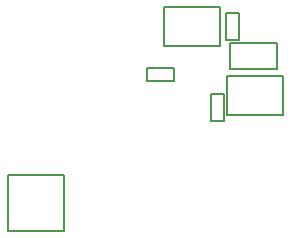
<source format=gbr>
G04*
G04 #@! TF.GenerationSoftware,Altium Limited,Altium Designer,25.2.1 (25)*
G04*
G04 Layer_Color=16711935*
%FSLAX25Y25*%
%MOIN*%
G70*
G04*
G04 #@! TF.SameCoordinates,6E7B483F-BFF1-4FB3-8246-CE29AB42D2EF*
G04*
G04*
G04 #@! TF.FilePolarity,Positive*
G04*
G01*
G75*
%ADD12C,0.00787*%
D12*
X49665Y68972D02*
Y78028D01*
X45335D02*
X49665D01*
X45335Y68972D02*
X49665D01*
X45335D02*
Y78028D01*
X43461Y66992D02*
Y80008D01*
X24539D02*
X43461D01*
X24539Y66992D02*
X43461D01*
X24539D02*
Y80008D01*
X44665Y41972D02*
Y51028D01*
X40335D02*
X44665D01*
X40335Y41972D02*
X44665D01*
X40335D02*
Y51028D01*
X64461Y43992D02*
Y57008D01*
X45539D02*
X64461D01*
X45539Y43992D02*
X64461D01*
X45539D02*
Y57008D01*
X62386Y59157D02*
Y67843D01*
X46614D02*
X62386D01*
X46614Y59157D02*
X62386D01*
X46614D02*
Y67843D01*
X-8724Y5224D02*
Y23776D01*
X-27276D02*
X-8724D01*
X-27276Y5224D02*
X-8724D01*
X-27276D02*
Y23776D01*
X28028Y55335D02*
Y59665D01*
X18972D02*
X28028D01*
X18972Y55335D02*
X28028D01*
X18972D02*
Y59665D01*
M02*

</source>
